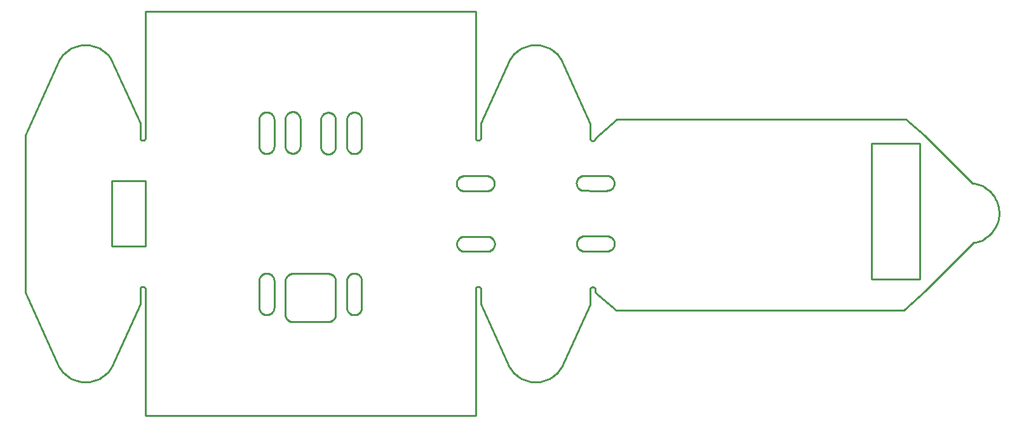
<source format=gm1>
%FSTAX25Y25*%
%MOIN*%
%SFA1B1*%

%IPPOS*%
%ADD15C,0.010000*%
%LNpcb1-1*%
%LPD*%
G54D15*
X089544Y0562475D02*
D01*
X089652Y056269*
X0897581Y056298*
X089862Y0563343*
X0899631Y0563777*
X0900609Y0564281*
X090155Y0564852*
X0902448Y0565487*
X09033Y0566183*
X0904102Y0566937*
X0904848Y0567745*
X0905537Y0568604*
X0906164Y0569508*
X0906727Y0570453*
X0907222Y0571436*
X0907647Y0572451*
X0908001Y0573493*
X0908281Y0574557*
X0908486Y0575638*
X0908615Y0576731*
X0908668Y057783*
X0908644Y057893*
X0908543Y0580025*
X0908366Y0581111*
X0908114Y0582182*
X0907787Y0583233*
X0907389Y0584259*
X0906919Y0585254*
X0906381Y0586214*
X0905778Y0587134*
X0905112Y058801*
X0904386Y0588837*
X0903605Y0589612*
X0902771Y059033*
X0901889Y0590988*
X0900964Y0591583*
X0899999Y0592112*
X0899Y0592573*
X0897971Y0592963*
X0896917Y059328*
X0895844Y0593522*
X0895453Y0593592*
X0574256Y062702D02*
D01*
X0574247Y0627295*
X0574218Y0627568*
X057417Y0627839*
X0574104Y0628105*
X0574019Y0628367*
X0573916Y0628621*
X0573795Y0628868*
X0573658Y0629106*
X0573504Y0629334*
X0573335Y0629551*
X0573151Y0629755*
X0572954Y0629946*
X0572743Y0630122*
X0572521Y0630284*
X0572288Y063043*
X0572045Y0630559*
X0571794Y063067*
X0571536Y0630764*
X0571272Y063084*
X0571003Y0630897*
X0570731Y0630935*
X0570457Y0630955*
X0570182*
X0569908Y0630935*
X0569636Y0630897*
X0569367Y063084*
X0569103Y0630764*
X0568844Y063067*
X0568593Y0630559*
X0568351Y063043*
X0568118Y0630284*
X0567895Y0630122*
X0567685Y0629946*
X0567487Y0629755*
X0567303Y0629551*
X0567134Y0629334*
X056698Y0629106*
X0566843Y0628868*
X0566723Y0628621*
X056662Y0628367*
X0566535Y0628105*
X0566468Y0627839*
X056642Y0627568*
X0566392Y0627295*
X0566382Y062702*
X0528291Y0627101D02*
D01*
X0528281Y0627375*
X0528253Y0627649*
X0528205Y0627919*
X0528138Y0628186*
X0528053Y0628447*
X052795Y0628702*
X052783Y0628949*
X0527693Y0629187*
X0527539Y0629415*
X052737Y0629631*
X0527186Y0629836*
X0526988Y0630026*
X0526778Y0630203*
X0526555Y0630365*
X0526322Y063051*
X052608Y0630639*
X0525829Y0630751*
X052557Y0630845*
X0525306Y0630921*
X0525037Y0630978*
X0524765Y0631016*
X0524491Y0631035*
X0524216*
X0523942Y0631016*
X052367Y0630978*
X0523401Y0630921*
X0523137Y0630845*
X0522879Y0630751*
X0522628Y0630639*
X0522385Y063051*
X0522152Y0630365*
X052193Y0630203*
X0521719Y0630026*
X0521522Y0629836*
X0521338Y0629631*
X0521169Y0629415*
X0521015Y0629187*
X0520878Y0628949*
X0520757Y0628702*
X0520654Y0628447*
X0520569Y0628186*
X0520503Y0627919*
X0520455Y0627649*
X0520426Y0627375*
X0520417Y0627101*
X0694046Y0617262D02*
D01*
X069405Y0617166*
X069406Y061707*
X0694076Y0616976*
X06941Y0616882*
X0694129Y0616791*
X0694165Y0616702*
X0694208Y0616615*
X0694256Y0616532*
X069431Y0616452*
X0694369Y0616376*
X0694433Y0616305*
X0694502Y0616238*
X0694576Y0616176*
X0694654Y061612*
X0694735Y0616069*
X069482Y0616024*
X0694908Y0615984*
X0694998Y0615952*
X0695091Y0615925*
X0695185Y0615905*
X069528Y0615892*
X0695376Y0615885*
X0695472*
X0695568Y0615892*
X0695664Y0615905*
X0695758Y0615925*
X069585Y0615952*
X069594Y0615984*
X0696028Y0616024*
X0696113Y0616069*
X0696195Y061612*
X0696273Y0616176*
X0696346Y0616238*
X0696416Y0616305*
X069648Y0616376*
X0696539Y0616452*
X0696593Y0616532*
X0696641Y0616615*
X0696683Y0616702*
X0696719Y0616791*
X0696749Y0616882*
X0696772Y0616976*
X0696789Y061707*
X0696799Y0617166*
X0696802Y0617262*
Y0537755D02*
D01*
X0696799Y0537851*
X0696789Y0537946*
X0696772Y0538041*
X0696749Y0538134*
X0696719Y0538226*
X0696683Y0538315*
X0696641Y0538402*
X0696593Y0538485*
X0696539Y0538565*
X069648Y053864*
X0696416Y0538712*
X0696346Y0538779*
X0696273Y053884*
X0696195Y0538897*
X0696113Y0538948*
X0696028Y0538993*
X069594Y0539032*
X069585Y0539065*
X0695758Y0539092*
X0695664Y0539112*
X0695568Y0539125*
X0695472Y0539132*
X0695376*
X069528Y0539125*
X0695185Y0539112*
X0695091Y0539092*
X0694998Y0539065*
X0694908Y0539032*
X069482Y0538993*
X0694735Y0538948*
X0694654Y0538897*
X0694576Y053884*
X0694502Y0538779*
X0694433Y0538712*
X0694369Y053864*
X069431Y0538565*
X0694256Y0538485*
X0694208Y0538402*
X0694165Y0538315*
X0694129Y0538226*
X06941Y0538134*
X0694076Y0538041*
X069406Y0537946*
X069405Y0537851*
X0694046Y0537755*
X0633947Y0617507D02*
D01*
X063395Y0617411*
X063396Y0617315*
X0633977Y061722*
X0634Y0617127*
X063403Y0617036*
X0634066Y0616947*
X0634108Y061686*
X0634156Y0616777*
X063421Y0616697*
X0634269Y0616621*
X0634333Y061655*
X0634403Y0616483*
X0634476Y0616421*
X0634554Y0616365*
X0634636Y0616314*
X0634721Y0616268*
X0634809Y0616229*
X0634899Y0616196*
X0634991Y061617*
X0635085Y061615*
X0635181Y0616137*
X0635277Y061613*
X0635373*
X0635469Y0616137*
X0635564Y061615*
X0635658Y061617*
X0635751Y0616196*
X0635841Y0616229*
X0635929Y0616268*
X0636014Y0616314*
X0636095Y0616365*
X0636173Y0616421*
X0636247Y0616483*
X0636316Y061655*
X063638Y0616621*
X0636439Y0616697*
X0636493Y0616777*
X0636541Y061686*
X0636584Y0616947*
X063662Y0617036*
X0636649Y0617127*
X0636673Y061722*
X0636689Y0617315*
X0636699Y0617411*
X0636703Y0617507*
Y0538D02*
D01*
X0636699Y0538096*
X0636689Y0538191*
X0636673Y0538286*
X0636649Y0538379*
X063662Y0538471*
X0636584Y053856*
X0636541Y0538646*
X0636493Y053873*
X0636439Y0538809*
X063638Y0538885*
X0636316Y0538957*
X0636247Y0539024*
X0636173Y0539085*
X0636095Y0539142*
X0636014Y0539193*
X0635929Y0539238*
X0635841Y0539277*
X0635751Y053931*
X0635658Y0539337*
X0635564Y0539357*
X0635469Y053937*
X0635373Y0539377*
X0635277*
X0635181Y053937*
X0635085Y0539357*
X0634991Y0539337*
X0634899Y053931*
X0634809Y0539277*
X0634721Y0539238*
X0634636Y0539193*
X0634554Y0539142*
X0634476Y0539085*
X0634403Y0539024*
X0634333Y0538957*
X0634269Y0538885*
X063421Y0538809*
X0634156Y053873*
X0634108Y0538646*
X0634066Y053856*
X063403Y0538471*
X0634Y0538379*
X0633977Y0538286*
X063396Y0538191*
X063395Y0538096*
X0633947Y0538*
X0457962Y0617507D02*
D01*
X0457966Y0617411*
X0457976Y0617315*
X0457993Y061722*
X0458016Y0617127*
X0458046Y0617036*
X0458082Y0616947*
X0458124Y061686*
X0458172Y0616777*
X0458226Y0616697*
X0458285Y0616621*
X0458349Y061655*
X0458418Y0616483*
X0458492Y0616421*
X045857Y0616365*
X0458651Y0616314*
X0458736Y0616268*
X0458824Y0616229*
X0458915Y0616196*
X0459007Y061617*
X0459101Y061615*
X0459196Y0616137*
X0459292Y061613*
X0459389*
X0459484Y0616137*
X045958Y061615*
X0459674Y061617*
X0459766Y0616196*
X0459857Y0616229*
X0459944Y0616268*
X0460029Y0616314*
X0460111Y0616365*
X0460189Y0616421*
X0460262Y0616483*
X0460332Y061655*
X0460396Y0616621*
X0460455Y0616697*
X0460509Y0616777*
X0460557Y061686*
X0460599Y0616947*
X0460635Y0617036*
X0460665Y0617127*
X0460688Y061722*
X0460705Y0617315*
X0460715Y0617411*
X0460718Y0617507*
Y0538D02*
D01*
X0460715Y0538096*
X0460705Y0538191*
X0460688Y0538286*
X0460665Y0538379*
X0460635Y0538471*
X0460599Y053856*
X0460557Y0538646*
X0460509Y053873*
X0460455Y0538809*
X0460396Y0538885*
X0460332Y0538957*
X0460262Y0539024*
X0460189Y0539085*
X0460111Y0539142*
X0460029Y0539193*
X0459944Y0539238*
X0459857Y0539277*
X0459766Y053931*
X0459674Y0539337*
X045958Y0539357*
X0459484Y053937*
X0459389Y0539377*
X0459292*
X0459196Y053937*
X0459101Y0539357*
X0459007Y0539337*
X0458915Y053931*
X0458824Y0539277*
X0458736Y0539238*
X0458651Y0539193*
X045857Y0539142*
X0458492Y0539085*
X0458418Y0539024*
X0458349Y0538957*
X0458285Y0538885*
X0458226Y0538809*
X0458172Y053873*
X0458124Y0538646*
X0458082Y053856*
X0458046Y0538471*
X0458016Y0538379*
X0457993Y0538286*
X0457976Y0538191*
X0457966Y0538096*
X0457962Y0538*
X0415584Y0497044D02*
D01*
X0416167Y0496112*
X0416813Y0495223*
X0417519Y0494381*
X0418283Y049359*
X04191Y0492855*
X0419966Y0492178*
X0420877Y0491563*
X0421829Y0491014*
X0422817Y0490532*
X0423836Y049012*
X0424882Y048978*
X0425948Y0489515*
X0427031Y0489324*
X0428124Y0489209*
X0429222Y048917*
X0430321Y0489209*
X0431414Y0489324*
X0432497Y0489515*
X0433563Y048978*
X0434608Y049012*
X0435628Y0490532*
X0436616Y0491014*
X0437568Y0491563*
X0438479Y0492178*
X0439345Y0492855*
X0440162Y049359*
X0440925Y0494381*
X0441632Y0495223*
X0442278Y0496112*
X0442861Y0497044*
Y0658462D02*
D01*
X0442278Y0659394*
X0441632Y0660283*
X0440925Y0661125*
X0440162Y0661916*
X0439345Y0662651*
X0438479Y0663328*
X0437568Y0663943*
X0436616Y0664492*
X0435628Y0664974*
X0434608Y0665386*
X0433563Y0665726*
X0432497Y0665992*
X0431414Y0666182*
X0430321Y0666297*
X0429222Y0666336*
X0428124Y0666297*
X0427031Y0666182*
X0425948Y0665992*
X0424882Y0665726*
X0423836Y0665386*
X0422817Y0664974*
X0421829Y0664492*
X0420877Y0663943*
X0419966Y0663328*
X04191Y0662651*
X0418283Y0661916*
X0417519Y0661125*
X0416813Y0660283*
X0416167Y0659394*
X0415584Y0658462*
X0651805Y0497044D02*
D01*
X0652387Y0496112*
X0653033Y0495223*
X065374Y0494381*
X0654503Y049359*
X065532Y0492855*
X0656186Y0492178*
X0657098Y0491563*
X065805Y0491014*
X0659038Y0490532*
X0660057Y049012*
X0661102Y048978*
X0662169Y0489515*
X0663251Y0489324*
X0664344Y0489209*
X0665443Y048917*
X0666541Y0489209*
X0667635Y0489324*
X0668717Y0489515*
X0669784Y048978*
X0670829Y049012*
X0671848Y0490532*
X0672836Y0491014*
X0673788Y0491563*
X0674699Y0492178*
X0675565Y0492855*
X0676382Y049359*
X0677146Y0494381*
X0677852Y0495223*
X0678499Y0496112*
X0679081Y0497044*
Y0658462D02*
D01*
X0678499Y0659394*
X0677852Y0660283*
X0677146Y0661125*
X0676382Y0661916*
X0675565Y0662651*
X0674699Y0663328*
X0673788Y0663943*
X0672836Y0664492*
X0671848Y0664974*
X0670829Y0665386*
X0669784Y0665726*
X0668717Y0665992*
X0667635Y0666182*
X0666541Y0666297*
X0665443Y0666336*
X0664344Y0666297*
X0663251Y0666182*
X0662169Y0665992*
X0661102Y0665726*
X0660057Y0665386*
X0659038Y0664974*
X065805Y0664492*
X0657098Y0663943*
X0656186Y0663328*
X065532Y0662651*
X0654503Y0661916*
X065374Y0661125*
X0653033Y0660283*
X0652387Y0659394*
X0651805Y0658462*
X0534088Y0524818D02*
D01*
X0534097Y0524543*
X0534126Y052427*
X0534174Y0523999*
X053424Y0523732*
X0534325Y0523471*
X0534428Y0523216*
X0534549Y0522969*
X0534686Y0522731*
X053484Y0522503*
X0535009Y0522287*
X0535193Y0522083*
X053539Y0521892*
X0535601Y0521715*
X0535823Y0521554*
X0536056Y0521408*
X0536299Y0521279*
X053655Y0521167*
X0536808Y0521073*
X0537072Y0520998*
X0537341Y052094*
X0537613Y0520902*
X0537887Y0520883*
X0538025Y0520881*
X055664D02*
D01*
X0556915Y052089*
X0557188Y0520919*
X0557459Y0520967*
X0557725Y0521033*
X0557987Y0521118*
X0558241Y0521221*
X0558488Y0521341*
X0558726Y0521479*
X0558954Y0521633*
X0559171Y0521802*
X0559375Y0521986*
X0559566Y0522183*
X0559742Y0522394*
X0559904Y0522616*
X056005Y0522849*
X0560179Y0523092*
X056029Y0523343*
X0560384Y0523601*
X056046Y0523865*
X0560517Y0524134*
X0560555Y0524406*
X0560575Y052468*
X0560577Y0524818*
X0538037Y0546167D02*
D01*
X0537763Y0546157*
X0537489Y0546129*
X0537219Y0546081*
X0536952Y0546014*
X0536691Y0545929*
X0536436Y0545826*
X0536189Y0545706*
X0535951Y0545569*
X0535723Y0545415*
X0535507Y0545246*
X0535302Y0545062*
X0535112Y0544864*
X0534935Y0544654*
X0534773Y0544431*
X0534628Y0544198*
X0534499Y0543956*
X0534387Y0543705*
X0534293Y0543446*
X0534217Y0543182*
X053416Y0542913*
X0534122Y0542641*
X0534103Y0542367*
X05341Y054223*
X0528291Y0542455D02*
D01*
X0528281Y054273*
X0528253Y0543003*
X0528205Y0543274*
X0528138Y054354*
X0528053Y0543802*
X052795Y0544056*
X052783Y0544303*
X0527693Y0544541*
X0527539Y0544769*
X052737Y0544986*
X0527186Y054519*
X0526988Y0545381*
X0526778Y0545557*
X0526555Y0545719*
X0526322Y0545865*
X052608Y0545994*
X0525829Y0546105*
X052557Y0546199*
X0525306Y0546275*
X0525037Y0546332*
X0524765Y054637*
X0524491Y054639*
X0524216*
X0523942Y054637*
X052367Y0546332*
X0523401Y0546275*
X0523137Y0546199*
X0522879Y0546105*
X0522628Y0545994*
X0522385Y0545865*
X0522152Y0545719*
X052193Y0545557*
X0521719Y0545381*
X0521522Y054519*
X0521338Y0544986*
X0521169Y0544769*
X0521015Y0544541*
X0520878Y0544303*
X0520757Y0544056*
X0520654Y0543802*
X0520569Y054354*
X0520503Y0543274*
X0520455Y0543003*
X0520426Y054273*
X0520417Y0542455*
X0520409Y0528487D02*
D01*
X0520418Y0528212*
X0520447Y0527939*
X0520495Y0527668*
X0520561Y0527401*
X0520646Y052714*
X0520749Y0526885*
X0520869Y0526638*
X0521007Y05264*
X052116Y0526172*
X052133Y0525956*
X0521514Y0525752*
X0521711Y0525561*
X0521922Y0525384*
X0522144Y0525223*
X0522377Y0525077*
X052262Y0524948*
X0522871Y0524836*
X0523129Y0524742*
X0523393Y0524666*
X0523662Y0524609*
X0523934Y0524571*
X0524208Y0524552*
X0524483*
X0524757Y0524571*
X0525029Y0524609*
X0525298Y0524666*
X0525562Y0524742*
X052582Y0524836*
X0526071Y0524948*
X0526314Y0525077*
X0526547Y0525223*
X0526769Y0525384*
X052698Y0525561*
X0527178Y0525752*
X0527361Y0525956*
X0527531Y0526172*
X0527684Y05264*
X0527822Y0526638*
X0527942Y0526885*
X0528045Y052714*
X052813Y0527401*
X0528197Y0527668*
X0528244Y0527939*
X0528273Y0528212*
X0528283Y0528487*
X0574256Y0542374D02*
D01*
X0574247Y0542649*
X0574218Y0542922*
X057417Y0543193*
X0574104Y0543459*
X0574019Y0543721*
X0573916Y0543976*
X0573795Y0544223*
X0573658Y0544461*
X0573504Y0544688*
X0573335Y0544905*
X0573151Y0545109*
X0572954Y05453*
X0572743Y0545477*
X0572521Y0545638*
X0572288Y0545784*
X0572045Y0545913*
X0571794Y0546025*
X0571536Y0546119*
X0571272Y0546194*
X0571003Y0546251*
X0570731Y054629*
X0570457Y0546309*
X0570182*
X0569908Y054629*
X0569636Y0546251*
X0569367Y0546194*
X0569103Y0546119*
X0568844Y0546025*
X0568593Y0545913*
X0568351Y0545784*
X0568118Y0545638*
X0567895Y0545477*
X0567685Y05453*
X0567487Y0545109*
X0567303Y0544905*
X0567134Y0544688*
X056698Y0544461*
X0566843Y0544223*
X0566723Y0543976*
X056662Y0543721*
X0566535Y0543459*
X0566468Y0543193*
X056642Y0542922*
X0566392Y0542649*
X0566382Y0542374*
X0566374Y0528406D02*
D01*
X0566384Y0528131*
X0566413Y0527858*
X056646Y0527587*
X0566527Y0527321*
X0566612Y0527059*
X0566715Y0526804*
X0566835Y0526557*
X0566973Y052632*
X0567126Y0526092*
X0567295Y0525875*
X0567479Y0525671*
X0567677Y052548*
X0567887Y0525303*
X056811Y0525142*
X0568343Y0524996*
X0568585Y0524867*
X0568836Y0524755*
X0569095Y0524661*
X0569359Y0524586*
X0569628Y0524529*
X05699Y052449*
X0570174Y0524471*
X0570449*
X0570723Y052449*
X0570995Y0524529*
X0571264Y0524586*
X0571528Y0524661*
X0571786Y0524755*
X0572037Y0524867*
X057228Y0524996*
X0572513Y0525142*
X0572735Y0525303*
X0572946Y052548*
X0573143Y0525671*
X0573327Y0525875*
X0573496Y0526092*
X057365Y052632*
X0573787Y0526557*
X0573908Y0526804*
X0574011Y0527059*
X0574096Y0527321*
X0574162Y0527587*
X057421Y0527858*
X0574239Y0528131*
X0574248Y0528406*
X056059Y054223D02*
D01*
X056058Y0542504*
X0560551Y0542778*
X0560504Y0543048*
X0560437Y0543315*
X0560352Y0543576*
X0560249Y0543831*
X0560129Y0544078*
X0559991Y0544316*
X0559838Y0544544*
X0559669Y054476*
X0559485Y0544965*
X0559287Y0545156*
X0559077Y0545332*
X0558854Y0545494*
X0558621Y0545639*
X0558379Y0545768*
X0558127Y054588*
X0557869Y0545974*
X0557605Y054605*
X0557336Y0546107*
X0557064Y0546145*
X055679Y0546164*
X0556653Y0546167*
X0534075Y0613276D02*
D01*
X0534085Y0613002*
X0534114Y0612728*
X0534162Y0612458*
X0534228Y0612191*
X0534313Y061193*
X0534416Y0611675*
X0534536Y0611428*
X0534674Y061119*
X0534827Y0610962*
X0534997Y0610746*
X053518Y0610541*
X0535378Y0610351*
X0535589Y0610174*
X0535811Y0610012*
X0536044Y0609867*
X0536287Y0609738*
X0536538Y0609626*
X0536796Y0609532*
X053706Y0609456*
X0537329Y0609399*
X0537601Y0609361*
X0537875Y0609342*
X053815*
X0538424Y0609361*
X0538696Y0609399*
X0538965Y0609456*
X0539229Y0609532*
X0539487Y0609626*
X0539738Y0609738*
X0539981Y0609867*
X0540214Y0610012*
X0540436Y0610174*
X0540647Y0610351*
X0540845Y0610541*
X0541028Y0610746*
X0541198Y0610962*
X0541351Y061119*
X0541489Y0611428*
X0541609Y0611675*
X0541712Y061193*
X0541797Y0612191*
X0541863Y0612458*
X0541911Y0612728*
X054194Y0613002*
X054195Y0613276*
X0541958Y0627245D02*
D01*
X0541948Y0627519*
X0541919Y0627793*
X0541872Y0628063*
X0541805Y062833*
X054172Y0628591*
X0541617Y0628846*
X0541497Y0629093*
X054136Y0629331*
X0541206Y0629559*
X0541037Y0629775*
X0540853Y062998*
X0540655Y0630171*
X0540445Y0630347*
X0540222Y0630509*
X0539989Y0630654*
X0539747Y0630783*
X0539496Y0630895*
X0539237Y0630989*
X0538973Y0631065*
X0538704Y0631122*
X0538432Y063116*
X0538158Y0631179*
X0537883*
X0537609Y063116*
X0537337Y0631122*
X0537068Y0631065*
X0536804Y0630989*
X0536546Y0630895*
X0536295Y0630783*
X0536052Y0630654*
X0535819Y0630509*
X0535597Y0630347*
X0535386Y0630171*
X0535189Y062998*
X0535005Y0629775*
X0534836Y0629559*
X0534682Y0629331*
X0534545Y0629093*
X0534424Y0628846*
X0534321Y0628591*
X0534236Y062833*
X053417Y0628063*
X0534122Y0627793*
X0534093Y0627519*
X0534084Y0627245*
X0520409Y0613132D02*
D01*
X0520418Y0612858*
X0520447Y0612584*
X0520495Y0612314*
X0520561Y0612047*
X0520646Y0611786*
X0520749Y0611531*
X0520869Y0611284*
X0521007Y0611046*
X052116Y0610818*
X052133Y0610602*
X0521514Y0610397*
X0521711Y0610206*
X0521922Y061003*
X0522144Y0609868*
X0522377Y0609723*
X052262Y0609594*
X0522871Y0609482*
X0523129Y0609388*
X0523393Y0609312*
X0523662Y0609255*
X0523934Y0609217*
X0524208Y0609198*
X0524483*
X0524757Y0609217*
X0525029Y0609255*
X0525298Y0609312*
X0525562Y0609388*
X052582Y0609482*
X0526071Y0609594*
X0526314Y0609723*
X0526547Y0609868*
X0526769Y061003*
X052698Y0610206*
X0527178Y0610397*
X0527361Y0610602*
X0527531Y0610818*
X0527684Y0611046*
X0527822Y0611284*
X0527942Y0611531*
X0528045Y0611786*
X052813Y0612047*
X0528197Y0612314*
X0528244Y0612584*
X0528273Y0612858*
X0528283Y0613132*
X0566374Y0613051D02*
D01*
X0566384Y0612777*
X0566413Y0612504*
X056646Y0612233*
X0566527Y0611966*
X0566612Y0611705*
X0566715Y061145*
X0566835Y0611203*
X0566973Y0610965*
X0567126Y0610737*
X0567295Y0610521*
X0567479Y0610317*
X0567677Y0610126*
X0567887Y0609949*
X056811Y0609788*
X0568343Y0609642*
X0568585Y0609513*
X0568836Y0609401*
X0569095Y0609307*
X0569359Y0609231*
X0569628Y0609174*
X05699Y0609136*
X0570174Y0609117*
X0570449*
X0570723Y0609136*
X0570995Y0609174*
X0571264Y0609231*
X0571528Y0609307*
X0571786Y0609401*
X0572037Y0609513*
X057228Y0609642*
X0572513Y0609788*
X0572735Y0609949*
X0572946Y0610126*
X0573143Y0610317*
X0573327Y0610521*
X0573496Y0610737*
X057365Y0610965*
X0573787Y0611203*
X0573908Y061145*
X0574011Y0611705*
X0574096Y0611966*
X0574162Y0612233*
X057421Y0612504*
X0574239Y0612777*
X0574248Y0613051*
X0552707Y0612907D02*
D01*
X0552717Y0612633*
X0552746Y0612359*
X0552793Y0612089*
X055286Y0611822*
X0552945Y0611561*
X0553048Y0611306*
X0553168Y0611059*
X0553306Y0610821*
X0553459Y0610593*
X0553628Y0610377*
X0553812Y0610172*
X055401Y0609982*
X0554221Y0609805*
X0554443Y0609643*
X0554676Y0609498*
X0554919Y0609369*
X055517Y0609257*
X0555428Y0609163*
X0555692Y0609087*
X0555961Y060903*
X0556233Y0608992*
X0556507Y0608973*
X0556782*
X0557056Y0608992*
X0557328Y060903*
X0557597Y0609087*
X0557861Y0609163*
X0558119Y0609257*
X055837Y0609369*
X0558613Y0609498*
X0558846Y0609643*
X0559068Y0609805*
X0559279Y0609982*
X0559476Y0610172*
X055966Y0610377*
X0559829Y0610593*
X0559983Y0610821*
X0560121Y0611059*
X0560241Y0611306*
X0560344Y0611561*
X0560429Y0611822*
X0560495Y0612089*
X0560543Y0612359*
X0560572Y0612633*
X0560581Y0612907*
X056059Y0626875D02*
D01*
X056058Y062715*
X0560551Y0627423*
X0560504Y0627694*
X0560437Y0627961*
X0560352Y0628222*
X0560249Y0628477*
X0560129Y0628724*
X0559991Y0628962*
X0559838Y062919*
X0559669Y0629406*
X0559485Y062961*
X0559287Y0629801*
X0559077Y0629978*
X0558854Y0630139*
X0558621Y0630285*
X0558379Y0630414*
X0558127Y0630526*
X0557869Y063062*
X0557605Y0630696*
X0557336Y0630753*
X0557064Y0630791*
X055679Y063081*
X0556515*
X0556241Y0630791*
X0555969Y0630753*
X05557Y0630696*
X0555436Y063062*
X0555178Y0630526*
X0554927Y0630414*
X0554684Y0630285*
X0554451Y0630139*
X0554229Y0629978*
X0554018Y0629801*
X0553821Y062961*
X0553637Y0629406*
X0553468Y062919*
X0553314Y0628962*
X0553176Y0628724*
X0553056Y0628477*
X0552953Y0628222*
X0552868Y0627961*
X0552802Y0627694*
X0552754Y0627423*
X0552725Y062715*
X0552716Y0626875*
X06279Y0597511D02*
D01*
X0627626Y0597501*
X0627352Y0597472*
X0627082Y0597424*
X0626815Y0597358*
X0626554Y0597273*
X0626299Y059717*
X0626052Y059705*
X0625814Y0596912*
X0625586Y0596759*
X062537Y0596589*
X0625165Y0596406*
X0624975Y0596208*
X0624798Y0595997*
X0624636Y0595775*
X0624491Y0595542*
X0624362Y0595299*
X062425Y0595048*
X0624156Y059479*
X062408Y0594526*
X0624023Y0594257*
X0623985Y0593985*
X0623966Y0593711*
Y0593436*
X0623985Y0593162*
X0624023Y059289*
X062408Y0592621*
X0624156Y0592357*
X062425Y0592099*
X0624362Y0591848*
X0624491Y0591605*
X0624636Y0591372*
X0624798Y059115*
X0624975Y0590939*
X0625165Y0590741*
X062537Y0590558*
X0625586Y0590388*
X0625814Y0590235*
X0626052Y0590097*
X0626299Y0589977*
X0626554Y0589874*
X0626815Y0589789*
X0627082Y0589723*
X0627352Y0589675*
X0627626Y0589646*
X06279Y0589637*
X0628044Y0565734D02*
D01*
X062777Y0565724*
X0627496Y0565695*
X0627226Y0565648*
X0626959Y0565581*
X0626698Y0565496*
X0626443Y0565393*
X0626196Y0565273*
X0625958Y0565136*
X062573Y0564982*
X0625514Y0564813*
X062531Y0564629*
X0625119Y0564431*
X0624942Y0564221*
X062478Y0563998*
X0624635Y0563765*
X0624506Y0563523*
X0624394Y0563272*
X06243Y0563013*
X0624224Y0562749*
X0624167Y056248*
X0624129Y0562208*
X062411Y0561934*
Y0561659*
X0624129Y0561385*
X0624167Y0561113*
X0624224Y0560844*
X06243Y056058*
X0624394Y0560322*
X0624506Y0560071*
X0624635Y0559828*
X062478Y0559595*
X0624942Y0559373*
X0625119Y0559162*
X062531Y0558965*
X0625514Y0558781*
X062573Y0558612*
X0625958Y0558458*
X0626196Y0558321*
X0626443Y05582*
X0626698Y0558097*
X0626959Y0558012*
X0627226Y0557946*
X0627496Y0557898*
X062777Y0557869*
X0628044Y055786*
X0640044Y0557851D02*
D01*
X0640319Y0557861*
X0640592Y055789*
X0640863Y0557938*
X064113Y0558004*
X0641391Y0558089*
X0641646Y0558192*
X0641893Y0558312*
X0642131Y055845*
X0642358Y0558603*
X0642575Y0558773*
X0642779Y0558956*
X064297Y0559154*
X0643147Y0559365*
X0643308Y0559587*
X0643454Y055982*
X0643583Y0560063*
X0643695Y0560314*
X0643789Y0560572*
X0643864Y0560836*
X0643922Y0561105*
X064396Y0561377*
X0643979Y0561651*
Y0561926*
X064396Y05622*
X0643922Y0562472*
X0643864Y0562741*
X0643789Y0563005*
X0643695Y0563263*
X0643583Y0563514*
X0643454Y0563757*
X0643308Y056399*
X0643147Y0564212*
X064297Y0564423*
X0642779Y0564621*
X0642575Y0564804*
X0642358Y0564974*
X0642131Y0565127*
X0641893Y0565265*
X0641646Y0565385*
X0641391Y0565488*
X064113Y0565573*
X0640863Y0565639*
X0640592Y0565687*
X0640319Y0565716*
X0640044Y0565725*
X06399Y0589628D02*
D01*
X0640175Y0589638*
X0640448Y0589667*
X0640719Y0589714*
X0640985Y0589781*
X0641247Y0589866*
X0641502Y0589969*
X0641749Y0590089*
X0641987Y0590226*
X0642214Y059038*
X0642431Y0590549*
X0642635Y0590733*
X0642826Y0590931*
X0643003Y0591141*
X0643164Y0591364*
X064331Y0591597*
X0643439Y0591839*
X0643551Y059209*
X0643645Y0592349*
X064372Y0592613*
X0643777Y0592882*
X0643816Y0593154*
X0643835Y0593428*
Y0593703*
X0643816Y0593977*
X0643777Y0594249*
X064372Y0594518*
X0643645Y0594782*
X0643551Y059504*
X0643439Y0595291*
X064331Y0595534*
X0643164Y0595767*
X0643003Y0595989*
X0642826Y05962*
X0642635Y0596397*
X0642431Y0596581*
X0642214Y059675*
X0641987Y0596904*
X0641749Y0597041*
X0641502Y0597162*
X0641247Y0597265*
X0640985Y059735*
X0640719Y0597416*
X0640448Y0597464*
X0640175Y0597493*
X06399Y0597502*
X0690985Y0565878D02*
D01*
X0690711Y0565868*
X0690437Y056584*
X0690167Y0565792*
X06899Y0565725*
X0689639Y056564*
X0689384Y0565537*
X0689137Y0565417*
X0688899Y056528*
X0688671Y0565126*
X0688455Y0564957*
X068825Y0564773*
X068806Y0564575*
X0687883Y0564365*
X0687721Y0564142*
X0687576Y0563909*
X0687447Y0563667*
X0687335Y0563416*
X0687241Y0563157*
X0687165Y0562893*
X0687108Y0562624*
X068707Y0562352*
X0687051Y0562078*
Y0561803*
X068707Y0561529*
X0687108Y0561257*
X0687165Y0560988*
X0687241Y0560724*
X0687335Y0560466*
X0687447Y0560215*
X0687576Y0559972*
X0687721Y0559739*
X0687883Y0559517*
X068806Y0559306*
X068825Y0559109*
X0688455Y0558925*
X0688671Y0558756*
X0688899Y0558602*
X0689137Y0558465*
X0689384Y0558344*
X0689639Y0558241*
X06899Y0558156*
X0690167Y055809*
X0690437Y0558042*
X0690711Y0558013*
X0690985Y0558004*
X0690841Y0597655D02*
D01*
X0690567Y0597645*
X0690293Y0597617*
X0690023Y0597569*
X0689756Y0597502*
X0689495Y0597418*
X068924Y0597315*
X0688993Y0597194*
X0688755Y0597057*
X0688527Y0596903*
X0688311Y0596734*
X0688106Y059655*
X0687915Y0596352*
X0687739Y0596142*
X0687577Y059592*
X0687432Y0595687*
X0687303Y0595444*
X0687191Y0595193*
X0687097Y0594935*
X0687021Y059467*
X0686964Y0594402*
X0686926Y059413*
X0686907Y0593855*
Y0593581*
X0686926Y0593306*
X0686964Y0593034*
X0687021Y0592766*
X0687097Y0592501*
X0687191Y0592243*
X0687303Y0591992*
X0687432Y059175*
X0687577Y0591516*
X0687739Y0591294*
X0687915Y0591084*
X0688106Y0590886*
X0688311Y0590702*
X0688527Y0590533*
X0688755Y0590379*
X0688993Y0590242*
X068924Y0590121*
X0689495Y0590018*
X0689756Y0589934*
X0690023Y0589867*
X0690293Y0589819*
X0690567Y0589791*
X0690841Y0589781*
X0702841Y0589773D02*
D01*
X0703116Y0589782*
X0703389Y0589811*
X070366Y0589859*
X0703926Y0589925*
X0704188Y059001*
X0704443Y0590113*
X070469Y0590234*
X0704928Y0590371*
X0705155Y0590525*
X0705372Y0590694*
X0705576Y0590878*
X0705767Y0591075*
X0705944Y0591286*
X0706105Y0591508*
X0706251Y0591741*
X070638Y0591984*
X0706492Y0592235*
X0706586Y0592493*
X0706661Y0592757*
X0706718Y0593026*
X0706757Y0593298*
X0706776Y0593572*
Y0593847*
X0706757Y0594121*
X0706718Y0594393*
X0706661Y0594662*
X0706586Y0594926*
X0706492Y0595185*
X070638Y0595436*
X0706251Y0595678*
X0706105Y0595911*
X0705944Y0596134*
X0705767Y0596344*
X0705576Y0596542*
X0705372Y0596726*
X0705155Y0596895*
X0704928Y0597049*
X070469Y0597186*
X0704443Y0597306*
X0704188Y0597409*
X0703926Y0597494*
X070366Y0597561*
X0703389Y0597608*
X0703116Y0597637*
X0702841Y0597647*
X0702985Y0557996D02*
D01*
X070326Y0558005*
X0703533Y0558034*
X0703804Y0558082*
X0704071Y0558148*
X0704332Y0558233*
X0704587Y0558336*
X0704834Y0558456*
X0705072Y0558594*
X0705299Y0558747*
X0705516Y0558917*
X070572Y0559101*
X0705911Y0559298*
X0706088Y0559509*
X0706249Y0559731*
X0706395Y0559964*
X0706524Y0560207*
X0706636Y0560458*
X070673Y0560716*
X0706805Y056098*
X0706863Y0561249*
X0706901Y0561521*
X070692Y0561795*
Y056207*
X0706901Y0562344*
X0706863Y0562616*
X0706805Y0562885*
X070673Y0563149*
X0706636Y0563407*
X0706524Y0563658*
X0706395Y0563901*
X0706249Y0564134*
X0706088Y0564356*
X0705911Y0564567*
X070572Y0564765*
X0705516Y0564948*
X0705299Y0565118*
X0705072Y0565271*
X0704834Y0565409*
X0704587Y0565529*
X0704332Y0565632*
X0704071Y0565717*
X0703804Y0565784*
X0703533Y0565831*
X070326Y056586*
X0702985Y056587*
X0633947Y0617507D02*
Y0684052D01*
X0460718D02*
X0633947D01*
X0460718Y0617507D02*
Y0684052D01*
X0633947Y0617507D02*
Y0684052D01*
X0460718D02*
X0633947D01*
X0460718Y0617507D02*
Y0684052D01*
X0870167Y0537202D02*
X089544Y0562475D01*
X0894883Y0593589D02*
X0895393D01*
X0895412Y059357*
X0869546Y0618925D02*
X0894883Y0593589D01*
X0443Y0560501D02*
Y0595006D01*
Y0560501D02*
X0460718D01*
X0443Y0595006D02*
X0460718D01*
X0633947Y0471454D02*
Y0538D01*
X0460718Y0471454D02*
X0633947D01*
X0442861Y0658462D02*
X0457962Y0625168D01*
Y0617507D02*
Y0625176D01*
X0397726Y0619092D02*
X0415448Y0658217D01*
X0397726Y0536414D02*
Y0619092D01*
Y0536414D02*
X0415584Y0497045D01*
X0442997Y0497289D02*
X0457962Y053033D01*
Y0538D01*
X0636703Y0530339D02*
X0651805Y0497045D01*
X0636703Y053033D02*
Y0538D01*
X0696802Y0536414D02*
X0707395Y052714D01*
X0696802Y0536414D02*
Y0537755D01*
X0707311Y0527044D02*
X0858793D01*
X0696811Y0617271D02*
X0708051Y0627133D01*
X0708185Y0627428*
X0678944Y0658217D02*
X0694046Y0624923D01*
Y0617262D02*
Y0624931D01*
X0636703Y0625176D02*
X0651668Y0658217D01*
X0636703Y0617507D02*
Y0625176D01*
X0859834Y0627428D02*
X0869546Y0618925D01*
X0708185Y0627428D02*
X0859834D01*
X0870167Y053722D02*
X0870185Y0537202D01*
X0858793Y0527044D02*
X0858927Y0527339D01*
X0694046Y0530085D02*
Y0537755D01*
X0679081Y0497044D02*
X0694046Y0530085D01*
X0460718Y0471454D02*
Y0538D01*
X0858927Y0527339D02*
X0870167Y0537202D01*
X0538025Y0520881D02*
X055664D01*
X0534088Y0524818D02*
Y053623D01*
X0534096D02*
X05341Y054223D01*
X0538037Y0546167D02*
X0556653D01*
X0520413Y0536455D02*
X0520417Y0542455D01*
X0528287Y0536455D02*
X0528291Y0542455D01*
X0528281Y0528487D02*
X0528287Y0536455D01*
X0520409Y0528487D02*
X0520413Y0536455D01*
X0574252Y0536374D02*
X0574256Y0542374D01*
X0566378Y0536374D02*
X0566382Y0542374D01*
X0566373Y0528406D02*
X0566378Y0536374D01*
X0574247Y0528406D02*
X0574252Y0536374D01*
X0560581Y053023D02*
X0560585Y053623D01*
X056059Y054223*
X0534075Y0613276D02*
X0534079Y0619276D01*
X0534085Y0627245*
X054195Y0613276D02*
X0541953Y0619276D01*
X0541959Y0627245*
X0520413Y0619132D02*
X0520418Y0627101D01*
X0528287Y0619132D02*
X0528292Y0627101D01*
X0528283Y0613132D02*
X0528287Y0619132D01*
X0520409Y0613132D02*
X0520413Y0619132D01*
X0574252Y0619051D02*
X0574258Y062702D01*
X0566378Y0619051D02*
X0566384Y062702D01*
X0566374Y0613051D02*
X0566378Y0619051D01*
X0574248Y0613051D02*
X0574252Y0619051D01*
X0552707Y0612907D02*
X0552711Y0618907D01*
X0552717Y0626875*
X0560581Y0612907D02*
X0560585Y0618907D01*
X0560591Y0626875*
X06279Y0597511D02*
X06339Y0597507D01*
X06279Y0589637D02*
X06339Y0589633D01*
X06399Y0589628*
X0628044Y0565734D02*
X0634044Y0565729D01*
X0640044Y0565725*
X0628044Y055786D02*
X0634044Y0557855D01*
X0640044Y0557851*
X06339Y0597507D02*
X06399Y0597502D01*
X0690985Y0558004D02*
X0696985Y0558D01*
X0690841Y0597655D02*
X0696841Y0597651D01*
X0702841Y0597647*
X0690841Y0589781D02*
X0696841Y0589777D01*
X0702841Y0589773*
X0690985Y0565878D02*
X0696985Y0565874D01*
X0702985Y056587*
X0696985Y0558D02*
X0702985Y0557996D01*
X0841622Y0614629D02*
X0867015D01*
Y054337D02*
Y0614629D01*
X0841622Y054337D02*
X0867015D01*
X0841622D02*
Y0614629D01*
X0560577Y0524818D02*
Y0533673D01*
X0460718Y0560501D02*
Y0595006D01*
M02*
</source>
